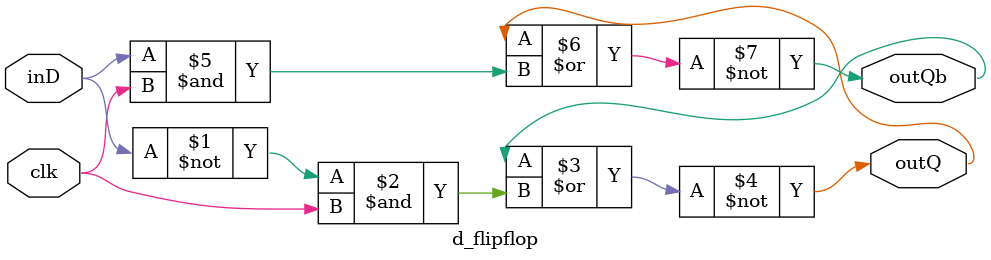
<source format=v>
`timescale 1ns / 1ps



module d_flipflop(
outQ, outQb, inD, clk
    );
    input inD;
    input clk;
    
    output outQ;
    output outQb;
    
    assign outQ = ~(outQb | ((~inD)&clk));
    assign outQb = ~(outQ | (inD&clk));
    
endmodule

</source>
